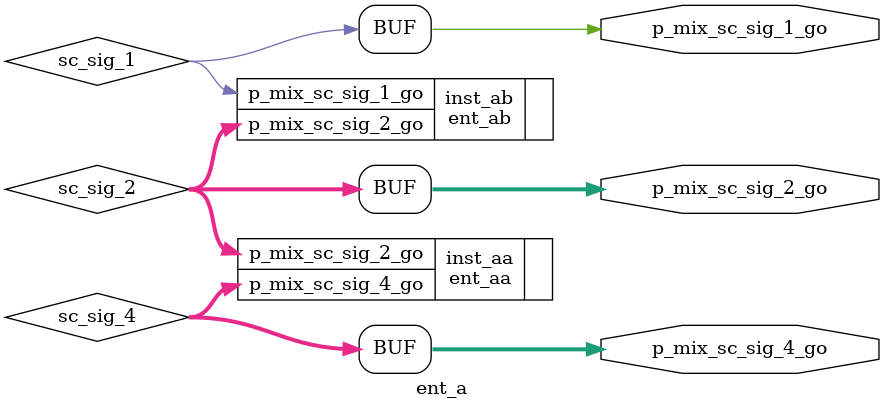
<source format=v>


`timescale 1ns/10ps




// No user `defines in this module


module ent_a
//
// Generated Module inst_a
//
	(
		p_mix_sc_sig_1_go,
		p_mix_sc_sig_2_go,
		p_mix_sc_sig_4_go
	);

	// Generated Module Outputs:
		output		p_mix_sc_sig_1_go;
		output	[31:0]	p_mix_sc_sig_2_go;
		output	[31:0]	p_mix_sc_sig_4_go;
	// Generated Wires:
		wire		p_mix_sc_sig_1_go;
		wire	[31:0]	p_mix_sc_sig_2_go;
		wire	[31:0]	p_mix_sc_sig_4_go;
// End of generated module header


	// Internal signals

	//
	// Generated Signal List
	//
		wire		sc_sig_1; // __W_PORT_SIGNAL_MAP_REQ
		wire	[31:0]	sc_sig_2; // __W_PORT_SIGNAL_MAP_REQ
		wire	[31:0]	sc_sig_4; // __W_PORT_SIGNAL_MAP_REQ
	//
	// End of Generated Signal List
	//


	// %COMPILER_OPTS%

	//
	// Generated Signal Assignments
	//
		assign	p_mix_sc_sig_1_go	=	sc_sig_1;  // __I_O_BIT_PORT
		assign	p_mix_sc_sig_2_go	=	sc_sig_2;  // __I_O_BUS_PORT
		assign	p_mix_sc_sig_4_go	=	sc_sig_4;  // __I_O_BUS_PORT




	//
	// Generated Instances and Port Mappings
	//
		// Generated Instance Port Map for inst_aa
		ent_aa inst_aa (	// is i_padframe / hier inst_aa inst_aa inst_a
			.p_mix_sc_sig_2_go(sc_sig_2),	// reverse orderreverse order
					// multiline comments
			.p_mix_sc_sig_4_go(sc_sig_4)	// reverse order
					// multiline comments
					// line 3
					// line 4
					// line 5
					// line 6
					// line 7
					// line 8
					// line 9
					// line 10
					// ...[cut]...
		);
		// End of Generated Instance Port Map for inst_aa

		// Generated Instance Port Map for inst_ab
		ent_ab inst_ab (	// is i_vgca / hier inst_ab inst_ab inst_a
			.p_mix_sc_sig_1_go(sc_sig_1),	// bad conection bits detected
			.p_mix_sc_sig_2_go(sc_sig_2)	// reverse orderreverse order
					// multiline comments
		);
		// End of Generated Instance Port Map for inst_ab



endmodule
//
// End of Generated Module struct of ent_a
//

//
//!End of Module/s
// --------------------------------------------------------------

</source>
